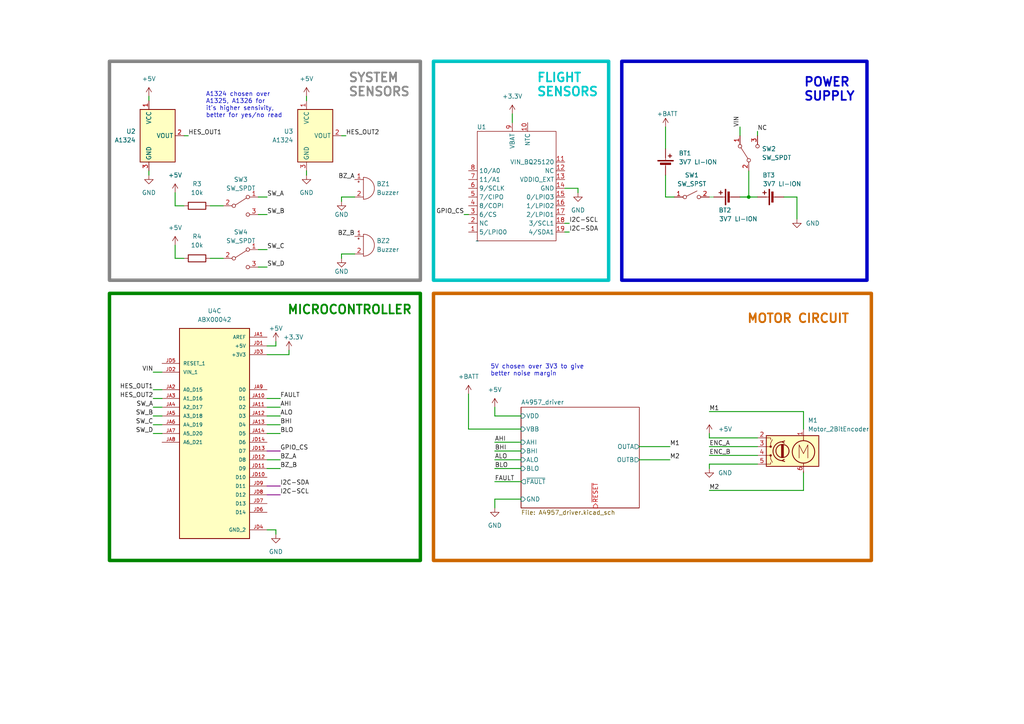
<source format=kicad_sch>
(kicad_sch (version 20230121) (generator eeschema)
  (paper "A4")
  (lib_symbols
    (symbol "DMATS_capstone:ABX00042" (pin_names (offset 1.016))
      (property "Reference" "U" (at -20.32 52.07 0))
      (property "Value" "ABX00042" (at -20.32 -53.34 0))
      (symbol "ABX00042_1_0"
        (rectangle (start -20.32 50.8) (end 20.32 -50.8) (stroke (width 0.254)) (fill (type background)))
        (pin input line (at -25.4 38.1 0) (length 5.08) (name "ETH_A+") (number "J1_1"))
        (pin bidirectional line (at 25.4 38.1 180) (length 5.08) (name "DSI_D1+") (number "J1_10"))
        (pin no_connect line (at 25.4 -43.18 180) (length 5.08) (name "NC") (number "J1_11"))
        (pin bidirectional line (at 25.4 35.56 180) (length 5.08) (name "DSI_D1-") (number "J1_12"))
        (pin no_connect line (at 25.4 -43.18 180) (length 5.08) (name "NC") (number "J1_13"))
        (pin bidirectional line (at 25.4 33.02 180) (length 5.08) (name "DSI_D0+") (number "J1_14"))
        (pin no_connect line (at 25.4 -43.18 180) (length 5.08) (name "NC") (number "J1_15"))
        (pin bidirectional line (at 25.4 30.48 180) (length 5.08) (name "DSI_D0-") (number "J1_16"))
        (pin output line (at -25.4 27.94 0) (length 5.08) (name "ETH_L1") (number "J1_17"))
        (pin bidirectional line (at 25.4 27.94 180) (length 5.08) (name "DSI_CK+") (number "J1_18"))
        (pin output line (at -25.4 25.4 0) (length 5.08) (name "ETH_L2") (number "J1_19"))
        (pin no_connect line (at 25.4 -43.18 180) (length 5.08) (name "NC") (number "J1_2"))
        (pin bidirectional line (at 25.4 25.4 180) (length 5.08) (name "DSI_CK-") (number "J1_20"))
        (pin input line (at -25.4 43.18 0) (length 5.08) (name "VIN") (number "J1_21"))
        (pin power_in line (at 25.4 -48.26 180) (length 5.08) (name "GND") (number "J1_22"))
        (pin power_in line (at -25.4 20.32 0) (length 5.08) (name "USB1_VBUS") (number "J1_23"))
        (pin no_connect line (at 25.4 -43.18 180) (length 5.08) (name "NC") (number "J1_24"))
        (pin bidirectional line (at -25.4 17.78 0) (length 5.08) (name "USB1_D+") (number "J1_25"))
        (pin bidirectional line (at 25.4 20.32 180) (length 5.08) (name "USB0_D+") (number "J1_26"))
        (pin bidirectional line (at -25.4 15.24 0) (length 5.08) (name "USB1_D-") (number "J1_27"))
        (pin bidirectional line (at 25.4 17.78 180) (length 5.08) (name "USB0_D-") (number "J1_28"))
        (pin bidirectional line (at -25.4 12.7 0) (length 5.08) (name "USB1_ID") (number "J1_29"))
        (pin input line (at -25.4 35.56 0) (length 5.08) (name "ETH_A-") (number "J1_3"))
        (pin no_connect line (at 25.4 -43.18 180) (length 5.08) (name "NC") (number "J1_30"))
        (pin power_in line (at 25.4 -48.26 180) (length 5.08) (name "GND") (number "J1_31"))
        (pin input line (at -25.4 43.18 0) (length 5.08) (name "VIN") (number "J1_32"))
        (pin output line (at -25.4 7.62 0) (length 5.08) (name "UART1_TX") (number "J1_33"))
        (pin output line (at 25.4 7.62 180) (length 5.08) (name "UART0_TX") (number "J1_34"))
        (pin input line (at -25.4 5.08 0) (length 5.08) (name "UART1_RX") (number "J1_35"))
        (pin input line (at 25.4 5.08 180) (length 5.08) (name "UART0_RX") (number "J1_36"))
        (pin bidirectional line (at -25.4 2.54 0) (length 5.08) (name "UART1_RTS") (number "J1_37"))
        (pin bidirectional line (at 25.4 2.54 180) (length 5.08) (name "UART0_RTS") (number "J1_38"))
        (pin bidirectional line (at -25.4 0 0) (length 5.08) (name "UART1_CTS") (number "J1_39"))
        (pin no_connect line (at 25.4 -43.18 180) (length 5.08) (name "NC") (number "J1_4"))
        (pin bidirectional line (at 25.4 0 180) (length 5.08) (name "UART0_CTS") (number "J1_40"))
        (pin input line (at -25.4 43.18 0) (length 5.08) (name "VIN") (number "J1_41"))
        (pin power_in line (at 25.4 -48.26 180) (length 5.08) (name "GND") (number "J1_42"))
        (pin bidirectional line (at -25.4 -5.08 0) (length 5.08) (name "I2C1_SDA") (number "J1_43"))
        (pin bidirectional line (at 25.4 -5.08 180) (length 5.08) (name "I2C0_SDA") (number "J1_44"))
        (pin input line (at -25.4 -7.62 0) (length 5.08) (name "I2C1_SCL") (number "J1_45"))
        (pin input line (at 25.4 -7.62 180) (length 5.08) (name "I2C0_SCL") (number "J1_46"))
        (pin power_in line (at 25.4 -48.26 180) (length 5.08) (name "GND") (number "J1_47"))
        (pin input line (at -25.4 43.18 0) (length 5.08) (name "VIN") (number "J1_48"))
        (pin output line (at -25.4 -12.7 0) (length 5.08) (name "CAN1_TX") (number "J1_49"))
        (pin input line (at -25.4 33.02 0) (length 5.08) (name "ETH_B+") (number "J1_5"))
        (pin no_connect line (at 25.4 -43.18 180) (length 5.08) (name "NC") (number "J1_50"))
        (pin input line (at -25.4 -15.24 0) (length 5.08) (name "CAN1_RX") (number "J1_51"))
        (pin no_connect line (at 25.4 -43.18 180) (length 5.08) (name "NC") (number "J1_52"))
        (pin power_in line (at 25.4 45.72 180) (length 5.08) (name "VSYS") (number "J1_53"))
        (pin power_in line (at 25.4 -48.26 180) (length 5.08) (name "GND") (number "J1_54"))
        (pin input line (at -25.4 -20.32 0) (length 5.08) (name "SDC_CLK") (number "J1_55"))
        (pin bidirectional line (at 25.4 -20.32 180) (length 5.08) (name "I2S_MCK") (number "J1_56"))
        (pin input line (at -25.4 -22.86 0) (length 5.08) (name "SDC_CMD") (number "J1_57"))
        (pin bidirectional line (at 25.4 -22.86 180) (length 5.08) (name "I2S_WS") (number "J1_58"))
        (pin bidirectional line (at -25.4 -25.4 0) (length 5.08) (name "SDC_D0") (number "J1_59"))
        (pin no_connect line (at 25.4 -43.18 180) (length 5.08) (name "NC") (number "J1_6"))
        (pin input line (at 25.4 -25.4 180) (length 5.08) (name "I2S_DI") (number "J1_60"))
        (pin bidirectional line (at -25.4 -27.94 0) (length 5.08) (name "SDC_D1") (number "J1_61"))
        (pin output line (at 25.4 -27.94 180) (length 5.08) (name "I2S_DO") (number "J1_62"))
        (pin bidirectional line (at -25.4 -30.48 0) (length 5.08) (name "SDC_D2") (number "J1_63"))
        (pin power_in line (at 25.4 45.72 180) (length 5.08) (name "VSYS") (number "J1_64"))
        (pin bidirectional line (at -25.4 -33.02 0) (length 5.08) (name "SDC_D3") (number "J1_65"))
        (pin bidirectional line (at 25.4 -33.02 180) (length 5.08) (name "DMIC_CK") (number "J1_66"))
        (pin no_connect line (at 25.4 -43.18 180) (length 5.08) (name "NC") (number "J1_67"))
        (pin bidirectional line (at 25.4 -35.56 180) (length 5.08) (name "DMIC_D0") (number "J1_68"))
        (pin no_connect line (at 25.4 -43.18 180) (length 5.08) (name "NC") (number "J1_69"))
        (pin input line (at -25.4 30.48 0) (length 5.08) (name "ETH_B-") (number "J1_7"))
        (pin no_connect line (at 25.4 -43.18 180) (length 5.08) (name "NC") (number "J1_70"))
        (pin no_connect line (at 25.4 -43.18 180) (length 5.08) (name "NC") (number "J1_71"))
        (pin power_in line (at 25.4 48.26 180) (length 5.08) (name "V-SDCARD") (number "J1_72"))
        (pin input line (at -25.4 -38.1 0) (length 5.08) (name "~{RESET}") (number "J1_73"))
        (pin no_connect line (at 25.4 -43.18 180) (length 5.08) (name "NC") (number "J1_74"))
        (pin bidirectional line (at -25.4 -40.64 0) (length 5.08) (name "SWDIO") (number "J1_75"))
        (pin no_connect line (at 25.4 -43.18 180) (length 5.08) (name "NC") (number "J1_76"))
        (pin input line (at -25.4 -43.18 0) (length 5.08) (name "SWCK") (number "J1_77"))
        (pin no_connect line (at 25.4 -43.18 180) (length 5.08) (name "NC") (number "J1_78"))
        (pin output line (at -25.4 -45.72 0) (length 5.08) (name "SWO") (number "J1_79"))
        (pin no_connect line (at 25.4 -43.18 180) (length 5.08) (name "NC") (number "J1_8"))
        (pin no_connect line (at 25.4 -43.18 180) (length 5.08) (name "NC") (number "J1_80"))
        (pin no_connect line (at 25.4 -43.18 180) (length 5.08) (name "NC") (number "J1_9"))
      )
      (symbol "ABX00042_2_0"
        (rectangle (start -20.32 -48.26) (end 20.32 48.26) (stroke (width 0.254)) (fill (type background)))
        (pin input line (at -25.4 38.1 0) (length 5.08) (name "FORCE_BOOTLOADER") (number "J2_1"))
        (pin bidirectional line (at 25.4 27.94 180) (length 5.08) (name "CAM_D3") (number "J2_10"))
        (pin no_connect line (at 25.4 -40.64 180) (length 5.08) (name "NC_1") (number "J2_11"))
        (pin bidirectional line (at 25.4 25.4 180) (length 5.08) (name "CAM_D2") (number "J2_12"))
        (pin no_connect line (at 25.4 -40.64 180) (length 5.08) (name "NC_1") (number "J2_13"))
        (pin bidirectional line (at 25.4 22.86 180) (length 5.08) (name "CAM_D1") (number "J2_14"))
        (pin no_connect line (at 25.4 -40.64 180) (length 5.08) (name "NC_1") (number "J2_15"))
        (pin bidirectional line (at 25.4 20.32 180) (length 5.08) (name "CAM_D0") (number "J2_16"))
        (pin no_connect line (at 25.4 -40.64 180) (length 5.08) (name "NC_1") (number "J2_17"))
        (pin bidirectional line (at 25.4 17.78 180) (length 5.08) (name "CAM_VS") (number "J2_18"))
        (pin no_connect line (at 25.4 -40.64 180) (length 5.08) (name "NC_1") (number "J2_19"))
        (pin bidirectional line (at 25.4 38.1 180) (length 5.08) (name "CAM_D7") (number "J2_2"))
        (pin bidirectional line (at 25.4 15.24 180) (length 5.08) (name "CAM_CLK") (number "J2_20"))
        (pin no_connect line (at 25.4 -40.64 180) (length 5.08) (name "NC_1") (number "J2_21"))
        (pin bidirectional line (at 25.4 12.7 180) (length 5.08) (name "CAM_HS") (number "J2_22"))
        (pin power_in line (at 25.4 43.18 180) (length 5.08) (name "VCC/+3V3") (number "J2_23"))
        (pin power_in line (at 25.4 -45.72 180) (length 5.08) (name "GND_1") (number "J2_24"))
        (pin output line (at -25.4 25.4 0) (length 5.08) (name "UART3_TX") (number "J2_25"))
        (pin output line (at 25.4 7.62 180) (length 5.08) (name "UART2_TX") (number "J2_26"))
        (pin input line (at -25.4 22.86 0) (length 5.08) (name "UART3_RX") (number "J2_27"))
        (pin input line (at 25.4 5.08 180) (length 5.08) (name "UART2_RX") (number "J2_28"))
        (pin no_connect line (at 25.4 -40.64 180) (length 5.08) (name "NC_1") (number "J2_29"))
        (pin input line (at -25.4 35.56 0) (length 5.08) (name "BOOT_SOURCE") (number "J2_3"))
        (pin no_connect line (at 25.4 -40.64 180) (length 5.08) (name "NC_1") (number "J2_30"))
        (pin no_connect line (at 25.4 -40.64 180) (length 5.08) (name "NC_1") (number "J2_31"))
        (pin no_connect line (at 25.4 -40.64 180) (length 5.08) (name "NC_1") (number "J2_32"))
        (pin power_in line (at 25.4 -45.72 180) (length 5.08) (name "GND_1") (number "J2_33"))
        (pin power_in line (at 25.4 45.72 180) (length 5.08) (name "VCC") (number "J2_34"))
        (pin no_connect line (at 25.4 -40.64 180) (length 5.08) (name "NC_1") (number "J2_35"))
        (pin input line (at 25.4 0 180) (length 5.08) (name "SPI1_CS") (number "J2_36"))
        (pin no_connect line (at 25.4 -40.64 180) (length 5.08) (name "NC_1") (number "J2_37"))
        (pin input line (at 25.4 -2.54 180) (length 5.08) (name "SPI1_CK") (number "J2_38"))
        (pin no_connect line (at 25.4 -40.64 180) (length 5.08) (name "NC_1") (number "J2_39"))
        (pin bidirectional line (at 25.4 35.56 180) (length 5.08) (name "CAM_D6") (number "J2_4"))
        (pin output line (at 25.4 -5.08 180) (length 5.08) (name "SPI1_MISO") (number "J2_40"))
        (pin no_connect line (at 25.4 -40.64 180) (length 5.08) (name "NC_1") (number "J2_41"))
        (pin input line (at 25.4 -7.62 180) (length 5.08) (name "SPI1_MOSI") (number "J2_42"))
        (pin power_in line (at 25.4 43.18 180) (length 5.08) (name "VCC/+3V3") (number "J2_43"))
        (pin power_in line (at 25.4 -45.72 180) (length 5.08) (name "GND_1") (number "J2_44"))
        (pin bidirectional line (at -25.4 17.78 0) (length 5.08) (name "I2C2_SDA") (number "J2_45"))
        (pin bidirectional line (at -25.4 -27.94 0) (length 5.08) (name "GPIO_0") (number "J2_46"))
        (pin input line (at -25.4 15.24 0) (length 5.08) (name "I2C2_SCL") (number "J2_47"))
        (pin bidirectional line (at -25.4 -30.48 0) (length 5.08) (name "GPIO_1") (number "J2_48"))
        (pin input line (at -25.4 10.16 0) (length 5.08) (name "SAI_CK") (number "J2_49"))
        (pin input line (at -25.4 33.02 0) (length 5.08) (name "POWER_ON_REQ") (number "J2_5"))
        (pin bidirectional line (at -25.4 -33.02 0) (length 5.08) (name "GPIO_2") (number "J2_50"))
        (pin bidirectional line (at -25.4 7.62 0) (length 5.08) (name "SAI_FS") (number "J2_51"))
        (pin bidirectional line (at -25.4 -35.56 0) (length 5.08) (name "GPIO_3") (number "J2_52"))
        (pin bidirectional line (at -25.4 5.08 0) (length 5.08) (name "SAI_D0") (number "J2_53"))
        (pin bidirectional line (at -25.4 -38.1 0) (length 5.08) (name "GPIO_4") (number "J2_54"))
        (pin no_connect line (at 25.4 -40.64 180) (length 5.08) (name "NC_1") (number "J2_55"))
        (pin bidirectional line (at -25.4 -40.64 0) (length 5.08) (name "GPIO_5") (number "J2_56"))
        (pin power_in line (at 25.4 -45.72 180) (length 5.08) (name "GND_1") (number "J2_57"))
        (pin bidirectional line (at -25.4 -43.18 0) (length 5.08) (name "GPIO_6") (number "J2_58"))
        (pin bidirectional line (at 25.4 -12.7 180) (length 5.08) (name "PWM_1") (number "J2_59"))
        (pin bidirectional line (at 25.4 33.02 180) (length 5.08) (name "CAM_D5") (number "J2_6"))
        (pin bidirectional line (at 25.4 -25.4 180) (length 5.08) (name "PWM_6") (number "J2_60"))
        (pin bidirectional line (at 25.4 -15.24 180) (length 5.08) (name "PWM_2") (number "J2_61"))
        (pin bidirectional line (at 25.4 -27.94 180) (length 5.08) (name "PWM_7") (number "J2_62"))
        (pin bidirectional line (at 25.4 -17.78 180) (length 5.08) (name "PWM_3") (number "J2_63"))
        (pin bidirectional line (at 25.4 -30.48 180) (length 5.08) (name "PWM_8") (number "J2_64"))
        (pin bidirectional line (at 25.4 -20.32 180) (length 5.08) (name "PWM_4") (number "J2_65"))
        (pin bidirectional line (at 25.4 -33.02 180) (length 5.08) (name "PWM_9") (number "J2_66"))
        (pin bidirectional line (at 25.4 -22.86 180) (length 5.08) (name "PWM_5") (number "J2_67"))
        (pin bidirectional line (at 25.4 -35.56 180) (length 5.08) (name "PWM_10") (number "J2_68"))
        (pin power_in line (at 25.4 43.18 180) (length 5.08) (name "VCC/+3V3") (number "J2_69"))
        (pin input line (at -25.4 30.48 0) (length 5.08) (name "COINCELL") (number "J2_7"))
        (pin power_in line (at 25.4 -45.72 180) (length 5.08) (name "GND_1") (number "J2_70"))
        (pin input line (at -25.4 0 0) (length 5.08) (name "ADC_VREF+") (number "J2_71"))
        (pin input line (at -25.4 -2.54 0) (length 5.08) (name "ADC_VREF-") (number "J2_72"))
        (pin input line (at -25.4 -5.08 0) (length 5.08) (name "ADC_A0") (number "J2_73"))
        (pin input line (at -25.4 -15.24 0) (length 5.08) (name "ADC_A4") (number "J2_74"))
        (pin input line (at -25.4 -7.62 0) (length 5.08) (name "ADC_A1") (number "J2_75"))
        (pin input line (at -25.4 -17.78 0) (length 5.08) (name "ADC_A5") (number "J2_76"))
        (pin input line (at -25.4 -10.16 0) (length 5.08) (name "ADC_A2") (number "J2_77"))
        (pin input line (at -25.4 -20.32 0) (length 5.08) (name "ADC_A6") (number "J2_78"))
        (pin input line (at -25.4 -12.7 0) (length 5.08) (name "ADC_A3") (number "J2_79"))
        (pin bidirectional line (at 25.4 30.48 180) (length 5.08) (name "CAM_D4") (number "J2_8"))
        (pin input line (at -25.4 -22.86 0) (length 5.08) (name "ADC_A7") (number "J2_80"))
        (pin no_connect line (at 25.4 -40.64 180) (length 5.08) (name "NC_1") (number "J2_9"))
      )
      (symbol "ABX00042_3_0"
        (rectangle (start -10.16 -30.48) (end 10.16 30.48) (stroke (width 0.254)) (fill (type background)))
        (pin power_in line (at 15.24 27.94 180) (length 5.08) (name "AREF") (number "JA1"))
        (pin bidirectional line (at 15.24 10.16 180) (length 5.08) (name "D1") (number "JA10"))
        (pin bidirectional line (at 15.24 7.62 180) (length 5.08) (name "D2") (number "JA11"))
        (pin bidirectional line (at 15.24 5.08 180) (length 5.08) (name "D3") (number "JA12"))
        (pin bidirectional line (at 15.24 2.54 180) (length 5.08) (name "D4") (number "JA13"))
        (pin bidirectional line (at 15.24 0 180) (length 5.08) (name "D5") (number "JA14"))
        (pin bidirectional line (at -15.24 12.7 0) (length 5.08) (name "A0_D15") (number "JA2"))
        (pin bidirectional line (at -15.24 10.16 0) (length 5.08) (name "A1_D16") (number "JA3"))
        (pin bidirectional line (at -15.24 7.62 0) (length 5.08) (name "A2_D17") (number "JA4"))
        (pin bidirectional line (at -15.24 5.08 0) (length 5.08) (name "A3_D18") (number "JA5"))
        (pin bidirectional line (at -15.24 2.54 0) (length 5.08) (name "A4_D19") (number "JA6"))
        (pin bidirectional line (at -15.24 0 0) (length 5.08) (name "A5_D20") (number "JA7"))
        (pin bidirectional line (at -15.24 -2.54 0) (length 5.08) (name "A6_D21") (number "JA8"))
        (pin bidirectional line (at 15.24 12.7 180) (length 5.08) (name "D0") (number "JA9"))
        (pin power_in line (at 15.24 25.4 180) (length 5.08) (name "+5V") (number "JD1"))
        (pin bidirectional line (at 15.24 -12.7 180) (length 5.08) (name "D10") (number "JD10"))
        (pin bidirectional line (at 15.24 -10.16 180) (length 5.08) (name "D9") (number "JD11"))
        (pin bidirectional line (at 15.24 -7.62 180) (length 5.08) (name "D8") (number "JD12"))
        (pin bidirectional line (at 15.24 -5.08 180) (length 5.08) (name "D7") (number "JD13"))
        (pin bidirectional line (at 15.24 -2.54 180) (length 5.08) (name "D6") (number "JD14"))
        (pin input line (at -15.24 17.78 0) (length 5.08) (name "VIN_1") (number "JD2"))
        (pin power_in line (at 15.24 22.86 180) (length 5.08) (name "+3V3") (number "JD3"))
        (pin power_in line (at 15.24 -27.94 180) (length 5.08) (name "GND_2") (number "JD4"))
        (pin input line (at -15.24 20.32 0) (length 5.08) (name "RESET_1") (number "JD5"))
        (pin bidirectional line (at 15.24 -22.86 180) (length 5.08) (name "D14") (number "JD6"))
        (pin bidirectional line (at 15.24 -20.32 180) (length 5.08) (name "D13") (number "JD7"))
        (pin bidirectional line (at 15.24 -17.78 180) (length 5.08) (name "D12") (number "JD8"))
        (pin bidirectional line (at 15.24 -15.24 180) (length 5.08) (name "D11") (number "JD9"))
      )
    )
    (symbol "DMATS_capstone:Motor_2BitEncoder" (pin_names (offset 0.254) hide)
      (property "Reference" "SW1" (at -5.08 6.35 0))
      (property "Value" "Motor_2BitEncoder" (at -14.605 -6.985 0))
      (symbol "Motor_2BitEncoder_0_0"
        (polyline (pts (xy 4.445 -2.032) (xy 4.445 1.778) (xy 5.715 -0.762) (xy 6.985 1.778) (xy 6.985 -2.032)))
      )
      (symbol "Motor_2BitEncoder_0_1"
        (rectangle (start -5.08 4.445) (end 10.16 -4.445) (stroke (width 0.254)) (fill (type background)))
        (circle (center -3.81 -1.27) (radius 0.254) (fill (type outline)))
        (circle (center -3.81 1.27) (radius 0.254) (fill (type outline)))
        (circle (center -0.381 0) (radius 1.905) (stroke (width 0.254)))
        (arc (start -0.381 2.667) (mid -3.0988 -0.0635) (end -0.381 -2.794) (stroke (width 0.254)))
        (polyline (pts (xy -0.635 -1.778) (xy -0.635 1.778)) (stroke (width 0.254)))
        (polyline (pts (xy -0.381 -1.778) (xy -0.381 1.778)) (stroke (width 0.254)))
        (polyline (pts (xy -0.127 1.778) (xy -0.127 -1.778)) (stroke (width 0.254)))
        (polyline (pts (xy 5.715 -6.35) (xy 5.715 -5.842)))
        (polyline (pts (xy 5.715 -3.5052) (xy 5.715 -3.9116)))
        (polyline (pts (xy 5.715 2.9972) (xy 5.715 3.3528)))
        (polyline (pts (xy 5.715 3.302) (xy 5.715 3.81)))
        (polyline (pts (xy -5.08 -3.81) (xy -3.81 -3.81) (xy -3.81 -3.302)))
        (polyline (pts (xy -5.08 3.81) (xy -3.81 3.81) (xy -3.81 3.302)))
        (polyline (pts (xy 0.254 -3.048) (xy -0.508 -2.794) (xy 0.127 -2.413)) (stroke (width 0.254)))
        (polyline (pts (xy 0.254 2.921) (xy -0.508 2.667) (xy 0.127 2.286)) (stroke (width 0.254)))
        (polyline (pts (xy -5.08 -1.27) (xy -3.81 -1.27) (xy -3.81 -2.286) (xy -3.302 -3.302)))
        (polyline (pts (xy -5.08 1.27) (xy -3.81 1.27) (xy -3.81 2.286) (xy -3.302 3.302)))
        (circle (center 5.715 -0.254) (radius 3.2512) (stroke (width 0.254)))
      )
      (symbol "Motor_2BitEncoder_1_1"
        (pin passive line (at 5.715 6.35 270) (length 2.54) (name "M1") (number "1"))
        (pin passive line (at -7.62 3.81 0) (length 2.54) (name "VCC") (number "2"))
        (pin passive line (at -7.62 1.27 0) (length 2.54) (name "C2") (number "3"))
        (pin passive line (at -7.62 -1.27 0) (length 2.54) (name "C1") (number "4"))
        (pin passive line (at -7.62 -3.81 0) (length 2.54) (name "GND") (number "5"))
        (pin passive line (at 5.715 -6.35 90) (length 2.54) (name "M2") (number "6"))
      )
    )
    (symbol "DMATS_capstone:Nicla_Sense_ME"
      (property "Reference" "U" (at 1.27 32.385 0))
      (symbol "Nicla_Sense_ME_0_1"
        (rectangle (start 0 31.75) (end 22.86 0))
      )
      (symbol "Nicla_Sense_ME_1_1"
        (pin bidirectional line (at -2.54 2.54 0) (length 2.54) (name "5/LPIO0") (number "1"))
        (pin input line (at 14.605 34.29 270) (length 2.54) (name "NTC") (number "10"))
        (pin power_in line (at 25.4 22.86 180) (length 2.54) (name "VIN_BQ25120") (number "11"))
        (pin bidirectional line (at 25.4 20.32 180) (length 2.54) (name "NC") (number "12"))
        (pin power_out line (at 25.4 17.78 180) (length 2.54) (name "VDDIO_EXT") (number "13"))
        (pin passive line (at 25.4 15.24 180) (length 2.54) (name "GND") (number "14"))
        (pin bidirectional line (at 25.4 12.7 180) (length 2.54) (name "0/LPIO3") (number "15"))
        (pin bidirectional line (at 25.4 10.16 180) (length 2.54) (name "1/LPIO2") (number "16"))
        (pin bidirectional line (at 25.4 7.62 180) (length 2.54) (name "2/LPIO1") (number "17"))
        (pin bidirectional line (at 25.4 5.08 180) (length 2.54) (name "3/SCL1") (number "18"))
        (pin bidirectional line (at 25.4 2.54 180) (length 2.54) (name "4/SDA1") (number "19"))
        (pin bidirectional line (at -2.54 5.08 0) (length 2.54) (name "NC") (number "2"))
        (pin bidirectional line (at -2.54 7.62 0) (length 2.54) (name "6/CS") (number "3"))
        (pin bidirectional line (at -2.54 10.16 0) (length 2.54) (name "8/COPI") (number "4"))
        (pin bidirectional line (at -2.54 12.7 0) (length 2.54) (name "7/CIPO") (number "5"))
        (pin bidirectional line (at -2.54 15.24 0) (length 2.54) (name "9/SCLK") (number "6"))
        (pin bidirectional line (at -2.54 17.78 0) (length 2.54) (name "11/A1") (number "7"))
        (pin bidirectional line (at -2.54 20.32 0) (length 2.54) (name "10/A0") (number "8"))
        (pin power_in line (at 10.16 34.29 270) (length 2.54) (name "VBAT") (number "9"))
      )
    )
    (symbol "Device:Battery_Cell" (pin_numbers hide) (pin_names (offset 0) hide)
      (property "Reference" "BT" (at 2.54 2.54 0))
      (property "Value" "Battery_Cell" (at 2.54 0 0))
      (symbol "Battery_Cell_0_1"
        (rectangle (start -2.286 1.778) (end 2.286 1.524) (fill (type outline)))
        (rectangle (start -1.524 1.016) (end 1.524 0.508) (fill (type outline)))
        (polyline (pts (xy 0 0.762) (xy 0 0)))
        (polyline (pts (xy 0 1.778) (xy 0 2.54)))
        (polyline (pts (xy 0.762 3.048) (xy 1.778 3.048)) (stroke (width 0.254)))
        (polyline (pts (xy 1.27 3.556) (xy 1.27 2.54)) (stroke (width 0.254)))
      )
      (symbol "Battery_Cell_1_1"
        (pin passive line (at 0 5.08 270) (length 2.54) (name "+") (number "1"))
        (pin passive line (at 0 -2.54 90) (length 2.54) (name "-") (number "2"))
      )
    )
    (symbol "Device:Buzzer" (pin_names (offset 0.0254) hide)
      (property "Reference" "BZ" (at 3.81 1.27 0))
      (property "Value" "Buzzer" (at 3.81 -1.27 0))
      (symbol "Buzzer_0_1"
        (arc (start 0 -3.175) (mid 3.1612 0) (end 0 3.175))
        (polyline (pts (xy -1.651 1.905) (xy -1.143 1.905)))
        (polyline (pts (xy -1.397 2.159) (xy -1.397 1.651)))
        (polyline (pts (xy 0 3.175) (xy 0 -3.175)))
      )
      (symbol "Buzzer_1_1"
        (pin passive line (at -2.54 2.54 0) (length 2.54) (name "-") (number "1"))
        (pin passive line (at -2.54 -2.54 0) (length 2.54) (name "+") (number "2"))
      )
    )
    (symbol "Device:R" (pin_numbers hide) (pin_names (offset 0))
      (property "Reference" "R" (at 2.032 0 90))
      (property "Value" "R" (at 0 0 90))
      (symbol "R_0_1"
        (rectangle (start -1.016 -2.54) (end 1.016 2.54) (stroke (width 0.254)))
      )
      (symbol "R_1_1"
        (pin passive line (at 0 3.81 270) (length 1.27) (name "~") (number "1"))
        (pin passive line (at 0 -3.81 90) (length 1.27) (name "~") (number "2"))
      )
    )
    (symbol "Switch:SW_SPDT" (pin_names (offset 0) hide)
      (property "Reference" "SW" (at 0 4.318 0))
      (property "Value" "SW_SPDT" (at 0 -5.08 0))
      (symbol "SW_SPDT_0_0"
        (circle (center -2.032 0) (radius 0.508))
        (circle (center 2.032 -2.54) (radius 0.508))
      )
      (symbol "SW_SPDT_0_1"
        (polyline (pts (xy -1.524 0.254) (xy 1.651 2.286)))
        (circle (center 2.032 2.54) (radius 0.508))
      )
      (symbol "SW_SPDT_1_1"
        (pin passive line (at 5.08 2.54 180) (length 2.54) (name "A") (number "1"))
        (pin passive line (at -5.08 0 0) (length 2.54) (name "B") (number "2"))
        (pin passive line (at 5.08 -2.54 180) (length 2.54) (name "C") (number "3"))
      )
    )
    (symbol "Switch:SW_SPST" (pin_names (offset 0) hide)
      (property "Reference" "SW" (at 0 3.175 0))
      (property "Value" "SW_SPST" (at 0 -2.54 0))
      (symbol "SW_SPST_0_0"
        (circle (center -2.032 0) (radius 0.508))
        (polyline (pts (xy -1.524 0.254) (xy 1.524 1.778)))
        (circle (center 2.032 0) (radius 0.508))
      )
      (symbol "SW_SPST_1_1"
        (pin passive line (at -5.08 0 0) (length 2.54) (name "A") (number "1"))
        (pin passive line (at 5.08 0 180) (length 2.54) (name "B") (number "2"))
      )
    )
    (symbol "custom:A132x"
      (property "Reference" "U" (at 0 11.43 0))
      (property "Value" "A1324-5-6" (at 0 8.89 0))
      (symbol "A132x_0_1"
        (rectangle (start -5.08 7.62) (end 5.08 -7.62) (stroke (width 0.254)) (fill (type background)))
      )
      (symbol "A132x_1_1"
        (pin power_in line (at -2.54 10.16 270) (length 2.54) (name "VCC") (number "1"))
        (pin open_collector line (at 7.62 0 180) (length 2.54) (name "VOUT") (number "2"))
        (pin power_in line (at -2.54 -10.16 90) (length 2.54) (name "GND") (number "3"))
      )
    )
    (symbol "power:+3.3V" (power) (pin_names (offset 0))
      (property "Value" "+3.3V" (at 0 3.556 0))
      (symbol "+3.3V_0_1"
        (polyline (pts (xy -0.762 1.27) (xy 0 2.54)))
        (polyline (pts (xy 0 0) (xy 0 2.54)))
        (polyline (pts (xy 0 2.54) (xy 0.762 1.27)))
      )
      (symbol "+3.3V_1_1"
        (pin power_in line (at 0 0 90) (length 0) hide (name "+3.3V") (number "1"))
      )
    )
    (symbol "power:+5V" (power) (pin_names (offset 0))
      (property "Value" "+5V" (at 0 3.556 0))
      (symbol "+5V_0_1"
        (polyline (pts (xy -0.762 1.27) (xy 0 2.54)))
        (polyline (pts (xy 0 0) (xy 0 2.54)))
        (polyline (pts (xy 0 2.54) (xy 0.762 1.27)))
      )
      (symbol "+5V_1_1"
        (pin power_in line (at 0 0 90) (length 0) hide (name "+5V") (number "1"))
      )
    )
    (symbol "power:+BATT" (power) (pin_names (offset 0))
      (property "Value" "+BATT" (at 0 3.556 0))
      (symbol "+BATT_0_1"
        (polyline (pts (xy -0.762 1.27) (xy 0 2.54)))
        (polyline (pts (xy 0 0) (xy 0 2.54)))
        (polyline (pts (xy 0 2.54) (xy 0.762 1.27)))
      )
      (symbol "+BATT_1_1"
        (pin power_in line (at 0 0 90) (length 0) hide (name "+BATT") (number "1"))
      )
    )
    (symbol "power:GND" (power) (pin_names (offset 0))
      (property "Value" "GND" (at 0 -3.81 0))
      (symbol "GND_0_1"
        (polyline (pts (xy 0 0) (xy 0 -1.27) (xy 1.27 -1.27) (xy 0 -2.54) (xy -1.27 -1.27) (xy 0 -1.27)))
      )
      (symbol "GND_1_1"
        (pin power_in line (at 0 0 270) (length 0) hide (name "GND") (number "1"))
      )
    )
  )
  (junction (at 217.17 57.15))
  (wire (pts (xy 81.28 135.89) (xy 77.47 135.89)) (stroke (width 0.25)))
  (wire (pts (xy 100.33 39.37) (xy 99.06 39.37)) (stroke (width 0.25)))
  (wire (pts (xy 165.1 64.77) (xy 163.83 64.77)) (stroke (width 0.25)))
  (wire (pts (xy 135.89 114.3) (xy 135.89 124.46)) (stroke (width 0.25)))
  (wire (pts (xy 74.93 72.39) (xy 77.47 72.39)) (stroke (width 0.25)))
  (wire (pts (xy 217.17 57.15) (xy 219.71 57.15)) (stroke (width 0.25)))
  (wire (pts (xy 231.14 57.15) (xy 227.33 57.15)) (stroke (width 0.25)))
  (wire (pts (xy 80.01 154.94) (xy 80.01 153.67)) (stroke (width 0.25)))
  (wire (pts (xy 99.06 57.15) (xy 102.87 57.15)) (stroke (width 0.25)))
  (wire (pts (xy 135.89 124.46) (xy 151.13 124.46)) (stroke (width 0.25)))
  (wire (pts (xy 143.51 118.11) (xy 143.51 120.65)) (stroke (width 0.25)))
  (wire (pts (xy 77.47 130.81) (xy 81.28 130.81)) (stroke (width 0.25) (color 132 0 132 1)))
  (wire (pts (xy 44.45 125.73) (xy 46.99 125.73)) (stroke (width 0.25)))
  (wire (pts (xy 185.42 129.54) (xy 194.31 129.54)) (stroke (width 0.25)))
  (wire (pts (xy 231.14 63.5) (xy 231.14 57.15)) (stroke (width 0.25)))
  (wire (pts (xy 77.47 102.87) (xy 83.82 102.87)) (stroke (width 0.25)))
  (wire (pts (xy 81.28 143.51) (xy 77.47 143.51)) (stroke (width 0.25) (color 132 0 132 1)))
  (wire (pts (xy 99.06 73.66) (xy 102.87 73.66)) (stroke (width 0.25)))
  (wire (pts (xy 193.04 50.8) (xy 193.04 57.15)) (stroke (width 0.25)))
  (wire (pts (xy 81.28 133.35) (xy 77.47 133.35)) (stroke (width 0.25)))
  (wire (pts (xy 50.8 55.88) (xy 50.8 59.69)) (stroke (width 0.25)))
  (wire (pts (xy 217.17 49.53) (xy 217.17 57.15)) (stroke (width 0.25)))
  (wire (pts (xy 205.74 125.73) (xy 205.74 127)) (stroke (width 0.25)))
  (wire (pts (xy 44.45 107.95) (xy 46.99 107.95)) (stroke (width 0.25)))
  (wire (pts (xy 80.01 99.06) (xy 80.01 100.33)) (stroke (width 0.25)))
  (wire (pts (xy 219.71 38.1) (xy 219.71 39.37)) (stroke (width 0.25)))
  (wire (pts (xy 217.17 57.15) (xy 214.63 57.15)))
  (wire (pts (xy 205.74 129.54) (xy 219.71 129.54)) (stroke (width 0.25)))
  (wire (pts (xy 193.04 36.83) (xy 193.04 43.18)) (stroke (width 0.25)))
  (wire (pts (xy 143.51 120.65) (xy 151.13 120.65)) (stroke (width 0.25)))
  (wire (pts (xy 77.47 125.73) (xy 81.28 125.73)) (stroke (width 0.25)))
  (wire (pts (xy 88.9 27.94) (xy 88.9 29.21)) (stroke (width 0.25)))
  (wire (pts (xy 44.45 118.11) (xy 46.99 118.11)) (stroke (width 0.25)))
  (wire (pts (xy 143.51 128.27) (xy 151.13 128.27)) (stroke (width 0.25)))
  (wire (pts (xy 205.74 135.89) (xy 205.74 134.62)) (stroke (width 0.25)))
  (wire (pts (xy 214.63 39.37) (xy 214.63 36.83)) (stroke (width 0.25)))
  (wire (pts (xy 44.45 123.19) (xy 46.99 123.19)) (stroke (width 0.25)))
  (wire (pts (xy 99.06 57.15) (xy 99.06 58.42)) (stroke (width 0.25)))
  (wire (pts (xy 148.59 35.56) (xy 148.59 33.02)) (stroke (width 0.25)))
  (wire (pts (xy 143.51 139.7) (xy 151.13 139.7)) (stroke (width 0.25)))
  (wire (pts (xy 77.47 123.19) (xy 81.28 123.19)) (stroke (width 0.25)))
  (wire (pts (xy 74.93 57.15) (xy 77.47 57.15)) (stroke (width 0.25)))
  (wire (pts (xy 205.74 127) (xy 219.71 127)) (stroke (width 0.25)))
  (wire (pts (xy 80.01 153.67) (xy 77.47 153.67)) (stroke (width 0.25)))
  (wire (pts (xy 167.64 54.61) (xy 163.83 54.61)) (stroke (width 0.25)))
  (wire (pts (xy 165.1 67.31) (xy 163.83 67.31)) (stroke (width 0.25)))
  (wire (pts (xy 143.51 135.89) (xy 151.13 135.89)) (stroke (width 0.25)))
  (wire (pts (xy 233.045 119.38) (xy 233.045 124.46)) (stroke (width 0.25)))
  (wire (pts (xy 43.18 50.8) (xy 43.18 49.53)) (stroke (width 0.25)))
  (wire (pts (xy 205.74 134.62) (xy 219.71 134.62)) (stroke (width 0.25)))
  (wire (pts (xy 205.74 142.24) (xy 233.045 142.24)) (stroke (width 0.25)))
  (wire (pts (xy 50.8 59.69) (xy 53.34 59.69)) (stroke (width 0.25)))
  (wire (pts (xy 217.17 57.15) (xy 214.63 57.15)) (stroke (width 0.25)))
  (wire (pts (xy 50.8 74.93) (xy 53.34 74.93)) (stroke (width 0.25)))
  (wire (pts (xy 43.18 27.94) (xy 43.18 29.21)) (stroke (width 0.25)))
  (wire (pts (xy 205.74 132.08) (xy 219.71 132.08)) (stroke (width 0.25)))
  (wire (pts (xy 60.96 59.69) (xy 64.77 59.69)) (stroke (width 0.25)))
  (wire (pts (xy 99.06 73.66) (xy 99.06 74.93)) (stroke (width 0.25)))
  (wire (pts (xy 44.45 115.57) (xy 46.99 115.57)) (stroke (width 0.25)))
  (wire (pts (xy 80.01 100.33) (xy 77.47 100.33)) (stroke (width 0.25)))
  (wire (pts (xy 74.93 62.23) (xy 77.47 62.23)) (stroke (width 0.25)))
  (wire (pts (xy 81.28 140.97) (xy 77.47 140.97)) (stroke (width 0.25) (color 132 0 132 1)))
  (wire (pts (xy 143.51 133.35) (xy 151.13 133.35)) (stroke (width 0.25)))
  (wire (pts (xy 77.47 115.57) (xy 81.28 115.57)) (stroke (width 0.25)))
  (wire (pts (xy 74.93 77.47) (xy 77.47 77.47)) (stroke (width 0.25)))
  (wire (pts (xy 134.62 62.23) (xy 135.89 62.23)) (stroke (width 0.25)))
  (wire (pts (xy 185.42 133.35) (xy 194.31 133.35)) (stroke (width 0.25)))
  (wire (pts (xy 54.61 39.37) (xy 53.34 39.37)) (stroke (width 0.25)))
  (wire (pts (xy 77.47 120.65) (xy 81.28 120.65)) (stroke (width 0.25)))
  (wire (pts (xy 60.96 74.93) (xy 64.77 74.93)) (stroke (width 0.25)))
  (wire (pts (xy 205.74 57.15) (xy 207.01 57.15)))
  (wire (pts (xy 143.51 147.32) (xy 143.51 144.78)) (stroke (width 0.25)))
  (wire (pts (xy 233.045 142.24) (xy 233.045 137.16)) (stroke (width 0.25)))
  (wire (pts (xy 193.04 57.15) (xy 195.58 57.15)) (stroke (width 0.25)))
  (wire (pts (xy 77.47 118.11) (xy 81.28 118.11)) (stroke (width 0.25)))
  (wire (pts (xy 167.64 55.88) (xy 167.64 54.61)) (stroke (width 0.25)))
  (wire (pts (xy 143.51 144.78) (xy 151.13 144.78)) (stroke (width 0.25)))
  (wire (pts (xy 44.45 120.65) (xy 46.99 120.65)) (stroke (width 0.25)))
  (wire (pts (xy 143.51 130.81) (xy 151.13 130.81)) (stroke (width 0.25)))
  (wire (pts (xy 50.8 71.12) (xy 50.8 74.93)) (stroke (width 0.25)))
  (wire (pts (xy 44.45 113.03) (xy 46.99 113.03)) (stroke (width 0.25)))
  (wire (pts (xy 205.74 119.38) (xy 233.045 119.38)) (stroke (width 0.25)))
  (wire (pts (xy 83.82 102.87) (xy 83.82 101.6)) (stroke (width 0.25)))
  (wire (pts (xy 88.9 50.8) (xy 88.9 49.53)) (stroke (width 0.25)))
  (rectangle (start 125.73 17.78) (end 176.53 81.28) (stroke (width 1) (color 0 194 194 1)))
  (rectangle (start 180.34 17.78) (end 251.46 81.28) (stroke (width 1) (color 0 0 194 1)))
  (rectangle (start 125.73 85.09) (end 252.73 162.56) (stroke (width 1) (color 204 102 0 1)))
  (rectangle (start 31.75 85.09) (end 121.92 162.56) (stroke (width 1) (color 0 132 0 1)))
  (rectangle (start 31.75 17.78) (end 121.92 81.28) (stroke (width 1) (color 132 132 132 1)))
  (text_box "SYSTEM\nSENSORS" (at 99.06 19.05 0) (size 21.59 10.16) (stroke (width -0.0001)) (effects (font (size 2.54 2.54) (thickness 0.508) bold) (justify left top)))
  (text_box "FLIGHT\nSENSORS" (at 153.67 19.05 0) (size 21.59 10.16) (stroke (width -0.0001)) (effects (font (size 2.54 2.54) (thickness 0.508) bold) (justify left top)))
  (text_box "POWER\nSUPPLY" (at 231.14 20.32 0) (size 19.05 10.16) (stroke (width -0.0001)) (effects (font (size 2.54 2.54) (thickness 0.508) bold) (justify left top)))
  (text_box "MICROCONTROLLER" (at 81.28 86.36 0) (size 38.1 6.35) (stroke (width -0.0001)) (effects (font (size 2.54 2.54) (thickness 0.508) bold) (justify left top)))
  (text_box "MOTOR CIRCUIT" (at 214.63 88.9 0) (size 35.56 7.62) (stroke (width -0.0001)) (effects (font (size 2.54 2.54) (thickness 0.508) bold) (justify left top)))
  (text "5V chosen over 3V3 to give\nbetter noise margin\n" (at 142.24 109.22 0) (effects (font (size 1.27 1.27)) (justify left bottom)))
  (text "A1324 chosen over \nA1325, A1326 for \nit's higher sensivity, \nbetter for yes/no read\n" (at 59.69 34.29 0) (effects (font (size 1.27 1.27)) (justify left bottom)))
  (label "SW_B" (at 44.45 120.65 180))
  (label "M2" (at 205.74 142.24 0))
  (label "SW_D" (at 44.45 125.73 180))
  (label "HES_OUT1" (at 54.61 39.37 0))
  (label "I2C-SDA" (at 81.28 140.97 0))
  (label "SW_A" (at 44.45 118.11 180))
  (label "I2C-SCL" (at 81.28 143.51 0))
  (label "GPIO_CS" (at 81.28 130.81 0))
  (label "VIN" (at 44.45 107.95 180))
  (label "HES_OUT2" (at 100.33 39.37 0))
  (label "FAULT" (at 143.51 139.7 0))
  (label "BZ_A" (at 81.28 133.35 0))
  (label "FAULT" (at 81.28 115.57 0))
  (label "SW_B" (at 77.47 62.23 0))
  (label "ALO" (at 143.51 133.35 0))
  (label "BLO" (at 143.51 135.89 0))
  (label "HES_OUT1" (at 44.45 113.03 180))
  (label "HES_OUT2" (at 44.45 115.57 180))
  (label "BZ_B" (at 81.28 135.89 0))
  (label "GPIO_CS" (at 134.62 62.23 180))
  (label "BZ_B" (at 102.87 68.58 180))
  (label "BLO" (at 81.28 125.73 0))
  (label "M2" (at 194.31 133.35 0))
  (label "M1" (at 205.74 119.38 0))
  (label "ENC_B" (at 205.74 132.08 0))
  (label "BHI" (at 81.28 123.19 0))
  (label "I2C-SCL" (at 165.1 64.77 0))
  (label "AHI" (at 81.28 118.11 0))
  (label "NC" (at 219.71 38.1 0))
  (label "BZ_A" (at 102.87 52.07 180))
  (label "ALO" (at 81.28 120.65 0))
  (label "VIN" (at 214.63 36.83 90))
  (label "SW_D" (at 77.47 77.47 0))
  (label "M1" (at 194.31 129.54 0))
  (label "ENC_A" (at 205.74 129.54 0))
  (label "I2C-SDA" (at 165.1 67.31 0))
  (label "SW_C" (at 77.47 72.39 0))
  (label "AHI" (at 143.51 128.27 0))
  (label "SW_C" (at 44.45 123.19 180))
  (label "SW_A" (at 77.47 57.15 0))
  (label "BHI" (at 143.51 130.81 0))
  (symbol (lib_id "DMATS_capstone:ABX00042") (at -71.12 102.87 0) (unit 2)
    (property "Reference" "U4" (at -71.12 49.53 0))
    (property "Value" "ABX00042" (at -71.12 52.07 0))
    (property "Footprint" "DMATS_capstone:MODULE_ABX00042" (effects hide))
    (property "MF" "Arduino" (effects hide))
    (property "Description" "\nDevelopment Boards & Kits - ARM Portenta H7 | Arduino ABX00042\n" (effects hide))
    (property "Package" "None" (effects hide))
    (property "Price" "None" (effects hide))
    (property "Check_prices" "https://www.snapeda.com/parts/ABX00042/Arduino/view-part/?ref=eda" (effects hide))
    (property "STANDARD" "Manufacturer Recommendations" (effects hide))
    (property "PARTREV" "2" (effects hide))
    (property "SnapEDA_Link" "https://www.snapeda.com/parts/ABX00042/Arduino/view-part/?ref=snap" (effects hide))
    (property "MP" "ABX00042" (effects hide))
    (property "Purchase-URL" "https://www.snapeda.com/api/url_track_click_mouser/?unipart_id=6801596&manufacturer=Arduino&part_name=ABX00042&search_term=None" (effects hide))
    (property "Availability" "In Stock" (effects hide))
    (property "MANUFACTURER" "Arduino" (effects hide))
  )
  (symbol (lib_id "power:+5V") (at 80.01 99.06 0) (unit 1)
    (property "Reference" "#PWR014" (effects hide))
    (property "Value" "+5V" (at 80.01 95.25 0))
  )
  (symbol (lib_id "Switch:SW_SPDT") (at 217.17 44.45 90) (unit 1)
    (property "Reference" "SW2" (at 220.98 43.18 90) (effects (justify right)))
    (property "Value" "SW_SPDT" (at 220.98 45.72 90) (effects (justify right)))
    (property "Footprint" "DMATS_capstone:CUI_SLW-913535-2A-RA-D_SPDT_Angled" (effects hide))
  )
  (symbol (lib_id "power:+3.3V") (at 148.59 33.02 0) (unit 1)
    (property "Reference" "#PWR07" (effects hide))
    (property "Value" "+3.3V" (at 148.59 27.94 0))
  )
  (symbol (lib_id "custom:A132x") (at 91.44 39.37 0) (unit 1)
    (property "Reference" "U3" (at 85.09 38.1 0) (effects (justify right)))
    (property "Value" "A1324" (at 85.09 40.64 0) (effects (justify right)))
    (property "Footprint" "Connector_JST:JST_EH_S3B-EH_1x03_P2.50mm_Horizontal" (effects hide))
    (property "Datasheet" "https://www.allegromicro.com/~/media/files/datasheets/a1324-5-6-datasheet.pdf" (effects hide))
  )
  (symbol (lib_id "Switch:SW_SPST") (at 200.66 57.15 0) (unit 1)
    (property "Reference" "SW1" (at 200.66 50.8 0))
    (property "Value" "SW_SPST" (at 200.66 53.34 0))
    (property "Footprint" "DMATS_capstone:SW_DIP_SPSTx01_Slide_Power" (effects hide))
  )
  (symbol (lib_id "power:GND") (at 88.9 50.8 0) (unit 1)
    (property "Reference" "#PWR012" (effects hide))
    (property "Value" "GND" (at 88.9 55.88 0))
  )
  (symbol (lib_id "custom:A132x") (at 45.72 39.37 0) (unit 1)
    (property "Reference" "U2" (at 39.37 38.1 0) (effects (justify right)))
    (property "Value" "A1324" (at 39.37 40.64 0) (effects (justify right)))
    (property "Footprint" "Connector_JST:JST_EH_S3B-EH_1x03_P2.50mm_Horizontal" (effects hide))
    (property "Datasheet" "https://www.allegromicro.com/~/media/files/datasheets/a1324-5-6-datasheet.pdf" (effects hide))
  )
  (symbol (lib_id "power:+5V") (at 143.51 118.11 0) (unit 1)
    (property "Reference" "#PWR01" (effects hide))
    (property "Value" "+5V" (at 143.51 113.03 0))
  )
  (symbol (lib_id "power:+5V") (at 50.8 55.88 0) (unit 1)
    (property "Reference" "#PWR010" (effects hide))
    (property "Value" "+5V" (at 50.8 50.8 0))
  )
  (symbol (lib_id "power:GND") (at 167.64 55.88 0) (mirror y) (unit 1)
    (property "Reference" "#PWR08" (effects hide))
    (property "Value" "GND" (at 167.64 60.96 0))
  )
  (symbol (lib_id "DMATS_capstone:Nicla_Sense_ME") (at 138.43 69.85 0) (unit 1)
    (property "Reference" "U1" (at 139.7 36.83 0))
    (property "Value" "~" (at 138.43 69.85 0))
    (property "Footprint" "DMATS_capstone:ARDUINO_NICLA" (effects hide))
  )
  (symbol (lib_id "Device:R") (at 57.15 74.93 90) (unit 1)
    (property "Reference" "R4" (at 57.15 68.58 90))
    (property "Value" "10k" (at 57.15 71.12 90))
    (property "Footprint" "Resistor_SMD:R_0603_1608Metric" (effects hide))
  )
  (symbol (lib_id "power:+BATT") (at 193.04 36.83 0) (unit 1)
    (property "Reference" "#PWR017" (effects hide))
    (property "Value" "+BATT" (at 190.5 33.02 0) (effects (justify left)))
  )
  (symbol (lib_id "Device:Battery_Cell") (at 212.09 57.15 90) (unit 1)
    (property "Reference" "BT2" (at 212.09 60.96 90) (effects (justify left)))
    (property "Value" "3V7 LI-ION" (at 219.71 63.5 90) (effects (justify left)))
    (property "Footprint" "Battery:BatteryHolder_Keystone_1042_1x18650" (effects hide))
  )
  (symbol (lib_id "power:GND") (at 143.51 147.32 0) (unit 1)
    (property "Reference" "#PWR03" (effects hide))
    (property "Value" "GND" (at 143.51 152.4 0))
  )
  (symbol (lib_id "power:GND") (at 231.14 63.5 0) (unit 1)
    (property "Reference" "#PWR018" (effects hide))
    (property "Value" "GND" (at 233.68 64.77 0) (effects (justify left)))
  )
  (symbol (lib_id "power:GND") (at 43.18 50.8 0) (unit 1)
    (property "Reference" "#PWR06" (effects hide))
    (property "Value" "GND" (at 43.18 55.88 0))
  )
  (symbol (lib_id "Switch:SW_SPDT") (at 69.85 74.93 0) (unit 1)
    (property "Reference" "SW4" (at 69.85 67.31 0))
    (property "Value" "SW_SPDT" (at 69.85 69.85 0))
    (property "Footprint" "DMATS_capstone:CUI_SLW-913535-2A-RA-D_SPDT_Angled" (effects hide))
  )
  (symbol (lib_id "Switch:SW_SPDT") (at 69.85 59.69 0) (unit 1)
    (property "Reference" "SW3" (at 69.85 52.07 0))
    (property "Value" "SW_SPDT" (at 69.85 54.61 0))
    (property "Footprint" "DMATS_capstone:CUI_SLW-913535-2A-RA-D_SPDT_Angled" (effects hide))
  )
  (symbol (lib_id "power:+5V") (at 88.9 27.94 0) (unit 1)
    (property "Reference" "#PWR09" (effects hide))
    (property "Value" "+5V" (at 88.9 22.86 0))
  )
  (symbol (lib_id "DMATS_capstone:Motor_2BitEncoder") (at 227.33 130.81 0) (unit 1)
    (property "Reference" "M1" (at 234.315 121.92 0) (effects (justify left)))
    (property "Value" "Motor_2BitEncoder" (at 234.315 124.46 0) (effects (justify left)))
    (property "Footprint" "Connector_JST:JST_PH_B6B-PH-K_1x06_P2.00mm_Vertical" (effects hide))
  )
  (symbol (lib_id "Device:Battery_Cell") (at 193.04 48.26 0) (unit 1)
    (property "Reference" "BT1" (at 196.85 44.45 0) (effects (justify left)))
    (property "Value" "3V7 LI-ION" (at 196.85 46.99 0) (effects (justify left)))
    (property "Footprint" "Battery:BatteryHolder_Keystone_1042_1x18650" (effects hide))
  )
  (symbol (lib_id "Device:Buzzer") (at 105.41 54.61 0) (unit 1)
    (property "Reference" "BZ1" (at 109.22 53.34 0) (effects (justify left)))
    (property "Value" "Buzzer" (at 109.22 55.88 0) (effects (justify left)))
    (property "Footprint" "Buzzer_Beeper:Buzzer_12x9.5RM7.6" (effects hide))
  )
  (symbol (lib_id "DMATS_capstone:ABX00042") (at -140.97 102.87 0) (unit 1)
    (property "Reference" "U4" (at -140.97 46.99 0))
    (property "Value" "ABX00042" (at -140.97 49.53 0))
    (property "Footprint" "DMATS_capstone:MODULE_ABX00042" (effects hide))
    (property "MF" "Arduino" (effects hide))
    (property "Description" "\nDevelopment Boards & Kits - ARM Portenta H7 | Arduino ABX00042\n" (effects hide))
    (property "Package" "None" (effects hide))
    (property "Price" "None" (effects hide))
    (property "Check_prices" "https://www.snapeda.com/parts/ABX00042/Arduino/view-part/?ref=eda" (effects hide))
    (property "STANDARD" "Manufacturer Recommendations" (effects hide))
    (property "PARTREV" "2" (effects hide))
    (property "SnapEDA_Link" "https://www.snapeda.com/parts/ABX00042/Arduino/view-part/?ref=snap" (effects hide))
    (property "MP" "ABX00042" (effects hide))
    (property "Purchase-URL" "https://www.snapeda.com/api/url_track_click_mouser/?unipart_id=6801596&manufacturer=Arduino&part_name=ABX00042&search_term=None" (effects hide))
    (property "Availability" "In Stock" (effects hide))
    (property "MANUFACTURER" "Arduino" (effects hide))
  )
  (symbol (lib_id "power:+5V") (at 205.74 125.73 0) (unit 1)
    (property "Reference" "#PWR05" (effects hide))
    (property "Value" "+5V" (at 208.28 124.46 0) (effects (justify left)))
  )
  (symbol (lib_id "power:+BATT") (at 135.89 114.3 0) (unit 1)
    (property "Reference" "#PWR016" (effects hide))
    (property "Value" "+BATT" (at 135.89 109.22 0))
  )
  (symbol (lib_id "Device:Buzzer") (at 105.41 71.12 0) (unit 1)
    (property "Reference" "BZ2" (at 109.22 69.85 0) (effects (justify left)))
    (property "Value" "Buzzer" (at 109.22 72.39 0) (effects (justify left)))
    (property "Footprint" "Buzzer_Beeper:Buzzer_12x9.5RM7.6" (effects hide))
  )
  (symbol (lib_id "power:GND") (at 80.01 154.94 0) (mirror y) (unit 1)
    (property "Reference" "#PWR015" (effects hide))
    (property "Value" "GND" (at 80.01 160.02 0))
  )
  (symbol (lib_id "power:+3.3V") (at 83.82 101.6 0) (unit 1)
    (property "Reference" "#PWR013" (effects hide))
    (property "Value" "+3.3V" (at 85.09 97.79 0))
  )
  (symbol (lib_id "power:GND") (at 205.74 135.89 0) (unit 1)
    (property "Reference" "#PWR02" (effects hide))
    (property "Value" "GND" (at 208.28 137.16 0) (effects (justify left)))
  )
  (symbol (lib_id "Device:R") (at 57.15 59.69 90) (unit 1)
    (property "Reference" "R3" (at 57.15 53.34 90))
    (property "Value" "10k" (at 57.15 55.88 90))
    (property "Footprint" "Resistor_SMD:R_0603_1608Metric" (effects hide))
  )
  (symbol (lib_id "power:GND") (at 99.06 74.93 0) (unit 1)
    (property "Reference" "#PWR020" (effects hide))
    (property "Value" "GND" (at 99.06 78.74 0))
  )
  (symbol (lib_id "power:+5V") (at 43.18 27.94 0) (unit 1)
    (property "Reference" "#PWR04" (effects hide))
    (property "Value" "+5V" (at 43.18 22.86 0))
  )
  (symbol (lib_id "power:+5V") (at 50.8 71.12 0) (unit 1)
    (property "Reference" "#PWR011" (effects hide))
    (property "Value" "+5V" (at 50.8 66.04 0))
  )
  (symbol (lib_id "Device:Battery_Cell") (at 224.79 57.15 90) (unit 1)
    (property "Reference" "BT3" (at 224.79 50.8 90) (effects (justify left)))
    (property "Value" "3V7 LI-ION" (at 232.41 53.34 90) (effects (justify left)))
    (property "Footprint" "Battery:BatteryHolder_Keystone_1042_1x18650" (effects hide))
  )
  (symbol (lib_id "power:GND") (at 99.06 58.42 0) (unit 1)
    (property "Reference" "#PWR019" (effects hide))
    (property "Value" "GND" (at 99.06 62.23 0))
  )
  (symbol (lib_id "DMATS_capstone:ABX00042") (at 62.23 125.73 0) (unit 3)
    (property "Reference" "U4" (at 62.23 90.17 0))
    (property "Value" "ABX00042" (at 62.23 92.71 0))
    (property "Footprint" "DMATS_capstone:MODULE_ABX00042" (effects hide))
    (property "MF" "Arduino" (effects hide))
    (property "Description" "\nDevelopment Boards & Kits - ARM Portenta H7 | Arduino ABX00042\n" (effects hide))
    (property "Package" "None" (effects hide))
    (property "Price" "None" (effects hide))
    (property "Check_prices" "https://www.snapeda.com/parts/ABX00042/Arduino/view-part/?ref=eda" (effects hide))
    (property "STANDARD" "Manufacturer Recommendations" (effects hide))
    (property "PARTREV" "2" (effects hide))
    (property "SnapEDA_Link" "https://www.snapeda.com/parts/ABX00042/Arduino/view-part/?ref=snap" (effects hide))
    (property "MP" "ABX00042" (effects hide))
    (property "Purchase-URL" "https://www.snapeda.com/api/url_track_click_mouser/?unipart_id=6801596&manufacturer=Arduino&part_name=ABX00042&search_term=None" (effects hide))
    (property "Availability" "In Stock" (effects hide))
    (property "MANUFACTURER" "Arduino" (effects hide))
  )
  (sheet (at 151.13 118.11) (size 34.29 29.21) (stroke (width 0.1524))
    (property "Sheetname" "A4957_driver" (at 151.13 117.3984 0) (effects (justify left bottom)))
    (property "Sheetfile" "A4957_driver.kicad_sch" (at 151.13 147.9046 0) (effects (justify left top)))
    (pin "GND" input (at 151.13 144.78 180))
    (pin "VDD" input (at 151.13 120.65 180))
    (pin "VBB" input (at 151.13 124.46 180))
    (pin "AHI" input (at 151.13 128.27 180))
    (pin "BHI" input (at 151.13 130.81 180))
    (pin "ALO" input (at 151.13 133.35 180))
    (pin "~{RESET}" input (at 172.72 147.32 270))
    (pin "BLO" input (at 151.13 135.89 180))
    (pin "~{FAULT}" output (at 151.13 139.7 180))
    (pin "OUTB" output (at 185.42 133.35 0))
    (pin "OUTA" output (at 185.42 129.54 0))
  )
)
</source>
